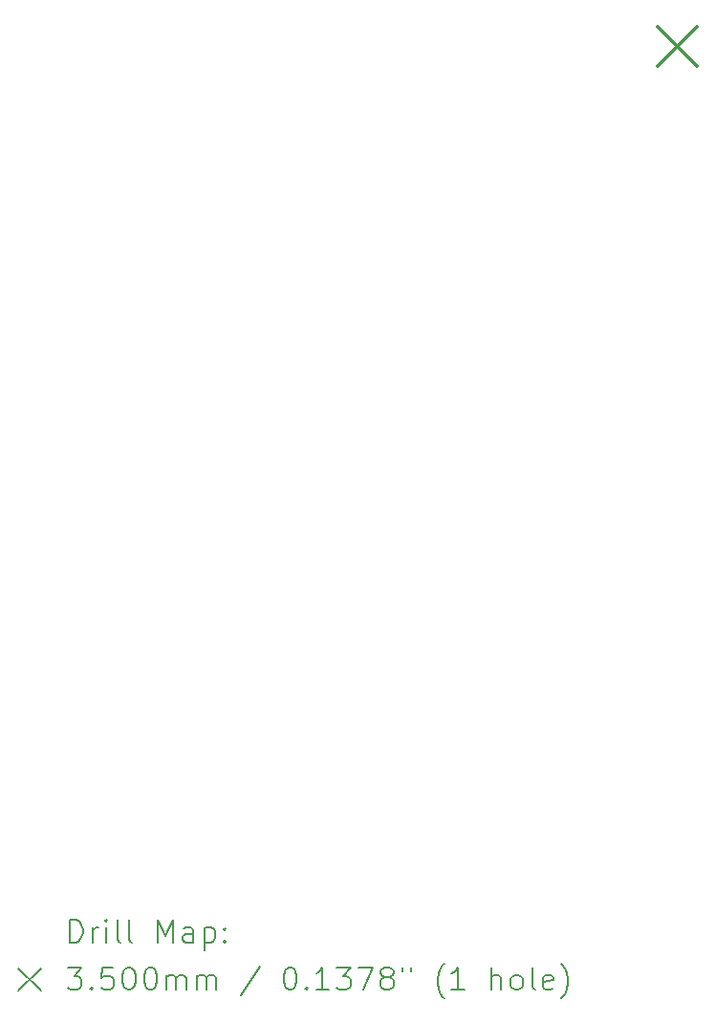
<source format=gbr>
%TF.GenerationSoftware,KiCad,Pcbnew,6.0.7-f9a2dced07~116~ubuntu20.04.1*%
%TF.CreationDate,2022-08-27T16:54:04+02:00*%
%TF.ProjectId,demoDino,64656d6f-4469-46e6-9f2e-6b696361645f,rev?*%
%TF.SameCoordinates,Original*%
%TF.FileFunction,Drillmap*%
%TF.FilePolarity,Positive*%
%FSLAX45Y45*%
G04 Gerber Fmt 4.5, Leading zero omitted, Abs format (unit mm)*
G04 Created by KiCad (PCBNEW 6.0.7-f9a2dced07~116~ubuntu20.04.1) date 2022-08-27 16:54:04*
%MOMM*%
%LPD*%
G01*
G04 APERTURE LIST*
%ADD10C,0.200000*%
%ADD11C,0.350000*%
G04 APERTURE END LIST*
D10*
D11*
X7851747Y-2949391D02*
X8201747Y-3299391D01*
X8201747Y-2949391D02*
X7851747Y-3299391D01*
D10*
X2649366Y-11053085D02*
X2649366Y-10853085D01*
X2696985Y-10853085D01*
X2725556Y-10862609D01*
X2744604Y-10881657D01*
X2754128Y-10900704D01*
X2763651Y-10938800D01*
X2763651Y-10967371D01*
X2754128Y-11005466D01*
X2744604Y-11024514D01*
X2725556Y-11043561D01*
X2696985Y-11053085D01*
X2649366Y-11053085D01*
X2849366Y-11053085D02*
X2849366Y-10919752D01*
X2849366Y-10957847D02*
X2858889Y-10938800D01*
X2868413Y-10929276D01*
X2887461Y-10919752D01*
X2906509Y-10919752D01*
X2973175Y-11053085D02*
X2973175Y-10919752D01*
X2973175Y-10853085D02*
X2963651Y-10862609D01*
X2973175Y-10872133D01*
X2982699Y-10862609D01*
X2973175Y-10853085D01*
X2973175Y-10872133D01*
X3096985Y-11053085D02*
X3077937Y-11043561D01*
X3068413Y-11024514D01*
X3068413Y-10853085D01*
X3201747Y-11053085D02*
X3182699Y-11043561D01*
X3173175Y-11024514D01*
X3173175Y-10853085D01*
X3430318Y-11053085D02*
X3430318Y-10853085D01*
X3496985Y-10995942D01*
X3563651Y-10853085D01*
X3563651Y-11053085D01*
X3744604Y-11053085D02*
X3744604Y-10948323D01*
X3735080Y-10929276D01*
X3716032Y-10919752D01*
X3677937Y-10919752D01*
X3658889Y-10929276D01*
X3744604Y-11043561D02*
X3725556Y-11053085D01*
X3677937Y-11053085D01*
X3658889Y-11043561D01*
X3649366Y-11024514D01*
X3649366Y-11005466D01*
X3658889Y-10986419D01*
X3677937Y-10976895D01*
X3725556Y-10976895D01*
X3744604Y-10967371D01*
X3839842Y-10919752D02*
X3839842Y-11119752D01*
X3839842Y-10929276D02*
X3858889Y-10919752D01*
X3896985Y-10919752D01*
X3916032Y-10929276D01*
X3925556Y-10938800D01*
X3935080Y-10957847D01*
X3935080Y-11014990D01*
X3925556Y-11034038D01*
X3916032Y-11043561D01*
X3896985Y-11053085D01*
X3858889Y-11053085D01*
X3839842Y-11043561D01*
X4020794Y-11034038D02*
X4030318Y-11043561D01*
X4020794Y-11053085D01*
X4011270Y-11043561D01*
X4020794Y-11034038D01*
X4020794Y-11053085D01*
X4020794Y-10929276D02*
X4030318Y-10938800D01*
X4020794Y-10948323D01*
X4011270Y-10938800D01*
X4020794Y-10929276D01*
X4020794Y-10948323D01*
X2191747Y-11282609D02*
X2391747Y-11482609D01*
X2391747Y-11282609D02*
X2191747Y-11482609D01*
X2630318Y-11273085D02*
X2754128Y-11273085D01*
X2687461Y-11349276D01*
X2716032Y-11349276D01*
X2735080Y-11358799D01*
X2744604Y-11368323D01*
X2754128Y-11387371D01*
X2754128Y-11434990D01*
X2744604Y-11454038D01*
X2735080Y-11463561D01*
X2716032Y-11473085D01*
X2658890Y-11473085D01*
X2639842Y-11463561D01*
X2630318Y-11454038D01*
X2839842Y-11454038D02*
X2849366Y-11463561D01*
X2839842Y-11473085D01*
X2830318Y-11463561D01*
X2839842Y-11454038D01*
X2839842Y-11473085D01*
X3030318Y-11273085D02*
X2935080Y-11273085D01*
X2925556Y-11368323D01*
X2935080Y-11358799D01*
X2954128Y-11349276D01*
X3001747Y-11349276D01*
X3020794Y-11358799D01*
X3030318Y-11368323D01*
X3039842Y-11387371D01*
X3039842Y-11434990D01*
X3030318Y-11454038D01*
X3020794Y-11463561D01*
X3001747Y-11473085D01*
X2954128Y-11473085D01*
X2935080Y-11463561D01*
X2925556Y-11454038D01*
X3163651Y-11273085D02*
X3182699Y-11273085D01*
X3201747Y-11282609D01*
X3211270Y-11292133D01*
X3220794Y-11311180D01*
X3230318Y-11349276D01*
X3230318Y-11396895D01*
X3220794Y-11434990D01*
X3211270Y-11454038D01*
X3201747Y-11463561D01*
X3182699Y-11473085D01*
X3163651Y-11473085D01*
X3144604Y-11463561D01*
X3135080Y-11454038D01*
X3125556Y-11434990D01*
X3116032Y-11396895D01*
X3116032Y-11349276D01*
X3125556Y-11311180D01*
X3135080Y-11292133D01*
X3144604Y-11282609D01*
X3163651Y-11273085D01*
X3354128Y-11273085D02*
X3373175Y-11273085D01*
X3392223Y-11282609D01*
X3401747Y-11292133D01*
X3411270Y-11311180D01*
X3420794Y-11349276D01*
X3420794Y-11396895D01*
X3411270Y-11434990D01*
X3401747Y-11454038D01*
X3392223Y-11463561D01*
X3373175Y-11473085D01*
X3354128Y-11473085D01*
X3335080Y-11463561D01*
X3325556Y-11454038D01*
X3316032Y-11434990D01*
X3306509Y-11396895D01*
X3306509Y-11349276D01*
X3316032Y-11311180D01*
X3325556Y-11292133D01*
X3335080Y-11282609D01*
X3354128Y-11273085D01*
X3506509Y-11473085D02*
X3506509Y-11339752D01*
X3506509Y-11358799D02*
X3516032Y-11349276D01*
X3535080Y-11339752D01*
X3563651Y-11339752D01*
X3582699Y-11349276D01*
X3592223Y-11368323D01*
X3592223Y-11473085D01*
X3592223Y-11368323D02*
X3601747Y-11349276D01*
X3620794Y-11339752D01*
X3649366Y-11339752D01*
X3668413Y-11349276D01*
X3677937Y-11368323D01*
X3677937Y-11473085D01*
X3773175Y-11473085D02*
X3773175Y-11339752D01*
X3773175Y-11358799D02*
X3782699Y-11349276D01*
X3801747Y-11339752D01*
X3830318Y-11339752D01*
X3849366Y-11349276D01*
X3858889Y-11368323D01*
X3858889Y-11473085D01*
X3858889Y-11368323D02*
X3868413Y-11349276D01*
X3887461Y-11339752D01*
X3916032Y-11339752D01*
X3935080Y-11349276D01*
X3944604Y-11368323D01*
X3944604Y-11473085D01*
X4335080Y-11263561D02*
X4163651Y-11520704D01*
X4592223Y-11273085D02*
X4611271Y-11273085D01*
X4630318Y-11282609D01*
X4639842Y-11292133D01*
X4649366Y-11311180D01*
X4658890Y-11349276D01*
X4658890Y-11396895D01*
X4649366Y-11434990D01*
X4639842Y-11454038D01*
X4630318Y-11463561D01*
X4611271Y-11473085D01*
X4592223Y-11473085D01*
X4573175Y-11463561D01*
X4563651Y-11454038D01*
X4554128Y-11434990D01*
X4544604Y-11396895D01*
X4544604Y-11349276D01*
X4554128Y-11311180D01*
X4563651Y-11292133D01*
X4573175Y-11282609D01*
X4592223Y-11273085D01*
X4744604Y-11454038D02*
X4754128Y-11463561D01*
X4744604Y-11473085D01*
X4735080Y-11463561D01*
X4744604Y-11454038D01*
X4744604Y-11473085D01*
X4944604Y-11473085D02*
X4830318Y-11473085D01*
X4887461Y-11473085D02*
X4887461Y-11273085D01*
X4868413Y-11301657D01*
X4849366Y-11320704D01*
X4830318Y-11330228D01*
X5011271Y-11273085D02*
X5135080Y-11273085D01*
X5068413Y-11349276D01*
X5096985Y-11349276D01*
X5116032Y-11358799D01*
X5125556Y-11368323D01*
X5135080Y-11387371D01*
X5135080Y-11434990D01*
X5125556Y-11454038D01*
X5116032Y-11463561D01*
X5096985Y-11473085D01*
X5039842Y-11473085D01*
X5020794Y-11463561D01*
X5011271Y-11454038D01*
X5201747Y-11273085D02*
X5335080Y-11273085D01*
X5249366Y-11473085D01*
X5439842Y-11358799D02*
X5420794Y-11349276D01*
X5411271Y-11339752D01*
X5401747Y-11320704D01*
X5401747Y-11311180D01*
X5411271Y-11292133D01*
X5420794Y-11282609D01*
X5439842Y-11273085D01*
X5477937Y-11273085D01*
X5496985Y-11282609D01*
X5506509Y-11292133D01*
X5516032Y-11311180D01*
X5516032Y-11320704D01*
X5506509Y-11339752D01*
X5496985Y-11349276D01*
X5477937Y-11358799D01*
X5439842Y-11358799D01*
X5420794Y-11368323D01*
X5411271Y-11377847D01*
X5401747Y-11396895D01*
X5401747Y-11434990D01*
X5411271Y-11454038D01*
X5420794Y-11463561D01*
X5439842Y-11473085D01*
X5477937Y-11473085D01*
X5496985Y-11463561D01*
X5506509Y-11454038D01*
X5516032Y-11434990D01*
X5516032Y-11396895D01*
X5506509Y-11377847D01*
X5496985Y-11368323D01*
X5477937Y-11358799D01*
X5592223Y-11273085D02*
X5592223Y-11311180D01*
X5668413Y-11273085D02*
X5668413Y-11311180D01*
X5963651Y-11549276D02*
X5954128Y-11539752D01*
X5935080Y-11511180D01*
X5925556Y-11492133D01*
X5916032Y-11463561D01*
X5906509Y-11415942D01*
X5906509Y-11377847D01*
X5916032Y-11330228D01*
X5925556Y-11301657D01*
X5935080Y-11282609D01*
X5954128Y-11254038D01*
X5963651Y-11244514D01*
X6144604Y-11473085D02*
X6030318Y-11473085D01*
X6087461Y-11473085D02*
X6087461Y-11273085D01*
X6068413Y-11301657D01*
X6049366Y-11320704D01*
X6030318Y-11330228D01*
X6382699Y-11473085D02*
X6382699Y-11273085D01*
X6468413Y-11473085D02*
X6468413Y-11368323D01*
X6458889Y-11349276D01*
X6439842Y-11339752D01*
X6411270Y-11339752D01*
X6392223Y-11349276D01*
X6382699Y-11358799D01*
X6592223Y-11473085D02*
X6573175Y-11463561D01*
X6563651Y-11454038D01*
X6554128Y-11434990D01*
X6554128Y-11377847D01*
X6563651Y-11358799D01*
X6573175Y-11349276D01*
X6592223Y-11339752D01*
X6620794Y-11339752D01*
X6639842Y-11349276D01*
X6649366Y-11358799D01*
X6658889Y-11377847D01*
X6658889Y-11434990D01*
X6649366Y-11454038D01*
X6639842Y-11463561D01*
X6620794Y-11473085D01*
X6592223Y-11473085D01*
X6773175Y-11473085D02*
X6754128Y-11463561D01*
X6744604Y-11444514D01*
X6744604Y-11273085D01*
X6925556Y-11463561D02*
X6906509Y-11473085D01*
X6868413Y-11473085D01*
X6849366Y-11463561D01*
X6839842Y-11444514D01*
X6839842Y-11368323D01*
X6849366Y-11349276D01*
X6868413Y-11339752D01*
X6906509Y-11339752D01*
X6925556Y-11349276D01*
X6935080Y-11368323D01*
X6935080Y-11387371D01*
X6839842Y-11406419D01*
X7001747Y-11549276D02*
X7011270Y-11539752D01*
X7030318Y-11511180D01*
X7039842Y-11492133D01*
X7049366Y-11463561D01*
X7058889Y-11415942D01*
X7058889Y-11377847D01*
X7049366Y-11330228D01*
X7039842Y-11301657D01*
X7030318Y-11282609D01*
X7011270Y-11254038D01*
X7001747Y-11244514D01*
M02*

</source>
